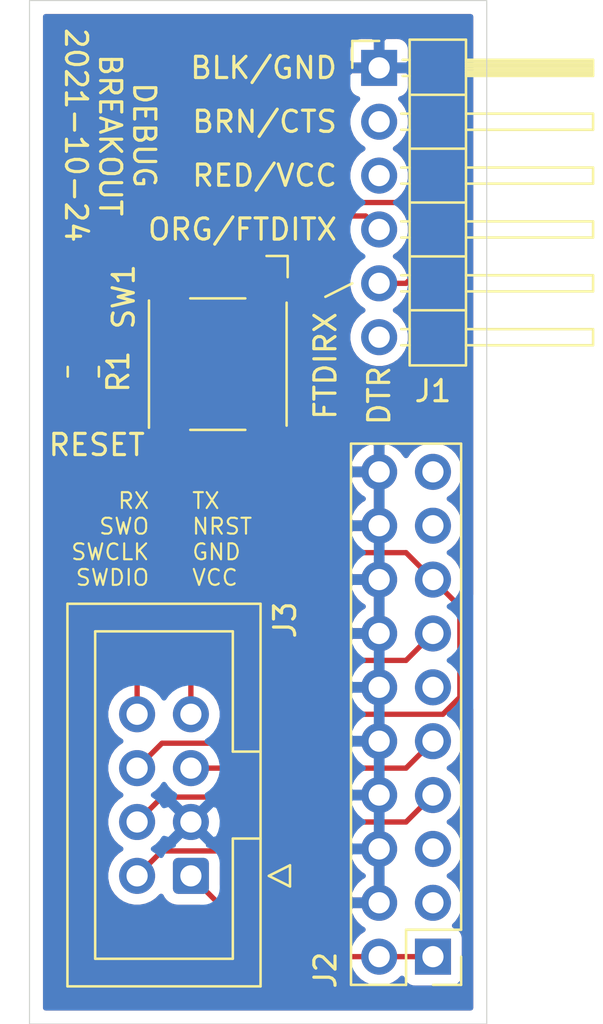
<source format=kicad_pcb>
(kicad_pcb (version 20171130) (host pcbnew 5.1.10)

  (general
    (thickness 1.6)
    (drawings 15)
    (tracks 48)
    (zones 0)
    (modules 5)
    (nets 18)
  )

  (page A4)
  (layers
    (0 F.Cu signal)
    (31 B.Cu signal)
    (32 B.Adhes user)
    (33 F.Adhes user)
    (34 B.Paste user)
    (35 F.Paste user)
    (36 B.SilkS user)
    (37 F.SilkS user)
    (38 B.Mask user)
    (39 F.Mask user)
    (40 Dwgs.User user)
    (41 Cmts.User user)
    (42 Eco1.User user)
    (43 Eco2.User user)
    (44 Edge.Cuts user)
    (45 Margin user)
    (46 B.CrtYd user)
    (47 F.CrtYd user)
    (48 B.Fab user)
    (49 F.Fab user)
  )

  (setup
    (last_trace_width 0.25)
    (trace_clearance 0.2)
    (zone_clearance 0.508)
    (zone_45_only no)
    (trace_min 0.2)
    (via_size 0.8)
    (via_drill 0.4)
    (via_min_size 0.4)
    (via_min_drill 0.3)
    (uvia_size 0.3)
    (uvia_drill 0.1)
    (uvias_allowed no)
    (uvia_min_size 0.2)
    (uvia_min_drill 0.1)
    (edge_width 0.05)
    (segment_width 0.2)
    (pcb_text_width 0.3)
    (pcb_text_size 1.5 1.5)
    (mod_edge_width 0.12)
    (mod_text_size 1 1)
    (mod_text_width 0.15)
    (pad_size 1.524 1.524)
    (pad_drill 0.762)
    (pad_to_mask_clearance 0)
    (aux_axis_origin 0 0)
    (visible_elements FFFDFF7F)
    (pcbplotparams
      (layerselection 0x010fc_ffffffff)
      (usegerberextensions false)
      (usegerberattributes true)
      (usegerberadvancedattributes true)
      (creategerberjobfile true)
      (excludeedgelayer true)
      (linewidth 0.100000)
      (plotframeref false)
      (viasonmask false)
      (mode 1)
      (useauxorigin false)
      (hpglpennumber 1)
      (hpglpenspeed 20)
      (hpglpendiameter 15.000000)
      (psnegative false)
      (psa4output false)
      (plotreference true)
      (plotvalue true)
      (plotinvisibletext false)
      (padsonsilk false)
      (subtractmaskfromsilk false)
      (outputformat 1)
      (mirror false)
      (drillshape 1)
      (scaleselection 1)
      (outputdirectory ""))
  )

  (net 0 "")
  (net 1 "Net-(J1-Pad6)")
  (net 2 /TX)
  (net 3 /RX)
  (net 4 "Net-(J1-Pad3)")
  (net 5 "Net-(J1-Pad2)")
  (net 6 GND)
  (net 7 "Net-(J2-Pad19)")
  (net 8 "Net-(J2-Pad17)")
  (net 9 /NRST)
  (net 10 /SWO)
  (net 11 "Net-(J2-Pad11)")
  (net 12 /SWCLK)
  (net 13 /SWDIO)
  (net 14 "Net-(J2-Pad5)")
  (net 15 "Net-(J2-Pad3)")
  (net 16 VCC)
  (net 17 "Net-(R1-Pad1)")

  (net_class Default "This is the default net class."
    (clearance 0.2)
    (trace_width 0.25)
    (via_dia 0.8)
    (via_drill 0.4)
    (uvia_dia 0.3)
    (uvia_drill 0.1)
    (add_net /NRST)
    (add_net /RX)
    (add_net /SWCLK)
    (add_net /SWDIO)
    (add_net /SWO)
    (add_net /TX)
    (add_net GND)
    (add_net "Net-(J1-Pad2)")
    (add_net "Net-(J1-Pad3)")
    (add_net "Net-(J1-Pad6)")
    (add_net "Net-(J2-Pad11)")
    (add_net "Net-(J2-Pad17)")
    (add_net "Net-(J2-Pad19)")
    (add_net "Net-(J2-Pad3)")
    (add_net "Net-(J2-Pad5)")
    (add_net "Net-(R1-Pad1)")
    (add_net VCC)
  )

  (module Button_Switch_SMD:SW_SPST_Omron_B3FS-100xP (layer F.Cu) (tedit 5E6E8EA9) (tstamp 61760641)
    (at 147.32 88.9 270)
    (descr "Surface Mount Tactile Switch for High-Density Mounting, 3.1mm height, https://omronfs.omron.com/en_US/ecb/products/pdf/en-b3fs.pdf")
    (tags "Tactile Switch")
    (path /6175F9B7)
    (attr smd)
    (fp_text reference SW1 (at -3.175 4.445 90) (layer F.SilkS)
      (effects (font (size 1 1) (thickness 0.15)))
    )
    (fp_text value SW_MEC_5E (at 0 4.2 90) (layer F.Fab)
      (effects (font (size 1 1) (thickness 0.15)))
    )
    (fp_line (start 2.9 -3.25) (end -2.9 -3.25) (layer F.SilkS) (width 0.12))
    (fp_line (start 3 3.25) (end -3 3.25) (layer F.SilkS) (width 0.12))
    (fp_line (start 3.1 -1.3) (end 3.1 1.3) (layer F.SilkS) (width 0.12))
    (fp_line (start -3.1 -1.3) (end -3.1 1.3) (layer F.SilkS) (width 0.12))
    (fp_line (start -3 -3.15) (end 3 -3.15) (layer F.Fab) (width 0.1))
    (fp_line (start 3 -3.15) (end 3 3.15) (layer F.Fab) (width 0.1))
    (fp_line (start 3 3.15) (end -3 3.15) (layer F.Fab) (width 0.1))
    (fp_line (start -3 3.15) (end -3 -3.15) (layer F.Fab) (width 0.1))
    (fp_line (start -5.05 -3.4) (end 5.05 -3.4) (layer F.CrtYd) (width 0.05))
    (fp_line (start 5.05 -3.4) (end 5.05 -1.3) (layer F.CrtYd) (width 0.05))
    (fp_line (start 5.05 -1.3) (end 3.25 -1.3) (layer F.CrtYd) (width 0.05))
    (fp_line (start 3.25 -1.3) (end 3.25 1.3) (layer F.CrtYd) (width 0.05))
    (fp_line (start 3.25 1.3) (end 5.05 1.3) (layer F.CrtYd) (width 0.05))
    (fp_line (start 5.05 1.3) (end 5.05 3.4) (layer F.CrtYd) (width 0.05))
    (fp_line (start 5.05 3.4) (end -5.05 3.4) (layer F.CrtYd) (width 0.05))
    (fp_line (start -5.05 3.4) (end -5.05 1.3) (layer F.CrtYd) (width 0.05))
    (fp_line (start -5.05 1.3) (end -3.25 1.3) (layer F.CrtYd) (width 0.05))
    (fp_line (start -3.25 1.3) (end -3.25 -1.3) (layer F.CrtYd) (width 0.05))
    (fp_line (start -3.25 -1.3) (end -5.05 -1.3) (layer F.CrtYd) (width 0.05))
    (fp_line (start -5.05 -1.3) (end -5.05 -3.4) (layer F.CrtYd) (width 0.05))
    (fp_circle (center 0 0) (end 1.5 0) (layer F.Fab) (width 0.1))
    (fp_line (start -5.1 -2.3) (end -5.1 -3.3) (layer F.SilkS) (width 0.12))
    (fp_line (start -5.1 -3.3) (end -4.1 -3.3) (layer F.SilkS) (width 0.12))
    (fp_text user %R (at 0 -2.2 90) (layer F.Fab)
      (effects (font (size 1 1) (thickness 0.15)))
    )
    (pad 2 smd rect (at 4 -2.25 90) (size 1.6 1.4) (layers F.Cu F.Paste F.Mask)
      (net 9 /NRST))
    (pad 1 smd rect (at -4 -2.25 90) (size 1.6 1.4) (layers F.Cu F.Paste F.Mask)
      (net 9 /NRST))
    (pad 4 smd rect (at 4 2.25 90) (size 1.6 1.4) (layers F.Cu F.Paste F.Mask)
      (net 17 "Net-(R1-Pad1)"))
    (pad 3 smd rect (at -4 2.25 90) (size 1.6 1.4) (layers F.Cu F.Paste F.Mask)
      (net 17 "Net-(R1-Pad1)"))
    (model ${KISYS3DMOD}/Button_Switch_SMD.3dshapes/SW_SPST_Omron_B3FS-100xP.wrl
      (at (xyz 0 0 0))
      (scale (xyz 1 1 1))
      (rotate (xyz 0 0 0))
    )
  )

  (module Resistor_SMD:R_0805_2012Metric (layer F.Cu) (tedit 5F68FEEE) (tstamp 6176103C)
    (at 140.97 89.2575 270)
    (descr "Resistor SMD 0805 (2012 Metric), square (rectangular) end terminal, IPC_7351 nominal, (Body size source: IPC-SM-782 page 72, https://www.pcb-3d.com/wordpress/wp-content/uploads/ipc-sm-782a_amendment_1_and_2.pdf), generated with kicad-footprint-generator")
    (tags resistor)
    (path /6176102E)
    (attr smd)
    (fp_text reference R1 (at 0 -1.65 90) (layer F.SilkS)
      (effects (font (size 1 1) (thickness 0.15)))
    )
    (fp_text value 0R (at 0 1.65 90) (layer F.Fab)
      (effects (font (size 1 1) (thickness 0.15)))
    )
    (fp_line (start 1.68 0.95) (end -1.68 0.95) (layer F.CrtYd) (width 0.05))
    (fp_line (start 1.68 -0.95) (end 1.68 0.95) (layer F.CrtYd) (width 0.05))
    (fp_line (start -1.68 -0.95) (end 1.68 -0.95) (layer F.CrtYd) (width 0.05))
    (fp_line (start -1.68 0.95) (end -1.68 -0.95) (layer F.CrtYd) (width 0.05))
    (fp_line (start -0.227064 0.735) (end 0.227064 0.735) (layer F.SilkS) (width 0.12))
    (fp_line (start -0.227064 -0.735) (end 0.227064 -0.735) (layer F.SilkS) (width 0.12))
    (fp_line (start 1 0.625) (end -1 0.625) (layer F.Fab) (width 0.1))
    (fp_line (start 1 -0.625) (end 1 0.625) (layer F.Fab) (width 0.1))
    (fp_line (start -1 -0.625) (end 1 -0.625) (layer F.Fab) (width 0.1))
    (fp_line (start -1 0.625) (end -1 -0.625) (layer F.Fab) (width 0.1))
    (fp_text user %R (at 0 0 90) (layer F.Fab)
      (effects (font (size 0.5 0.5) (thickness 0.08)))
    )
    (pad 2 smd roundrect (at 0.9125 0 270) (size 1.025 1.4) (layers F.Cu F.Paste F.Mask) (roundrect_rratio 0.243902)
      (net 6 GND))
    (pad 1 smd roundrect (at -0.9125 0 270) (size 1.025 1.4) (layers F.Cu F.Paste F.Mask) (roundrect_rratio 0.243902)
      (net 17 "Net-(R1-Pad1)"))
    (model ${KISYS3DMOD}/Resistor_SMD.3dshapes/R_0805_2012Metric.wrl
      (at (xyz 0 0 0))
      (scale (xyz 1 1 1))
      (rotate (xyz 0 0 0))
    )
  )

  (module Connector_IDC:IDC-Header_2x04_P2.54mm_Vertical (layer F.Cu) (tedit 5EAC9A07) (tstamp 61760610)
    (at 146.05 113.03 180)
    (descr "Through hole IDC box header, 2x04, 2.54mm pitch, DIN 41651 / IEC 60603-13, double rows, https://docs.google.com/spreadsheets/d/16SsEcesNF15N3Lb4niX7dcUr-NY5_MFPQhobNuNppn4/edit#gid=0")
    (tags "Through hole vertical IDC box header THT 2x04 2.54mm double row")
    (path /61759719)
    (fp_text reference J3 (at -4.445 12.065 270) (layer F.SilkS)
      (effects (font (size 1 1) (thickness 0.15)))
    )
    (fp_text value ST_PROGRAM_DEBUG (at 1.27 13.72) (layer F.Fab)
      (effects (font (size 1 1) (thickness 0.15)))
    )
    (fp_line (start 6.22 -5.6) (end -3.68 -5.6) (layer F.CrtYd) (width 0.05))
    (fp_line (start 6.22 13.22) (end 6.22 -5.6) (layer F.CrtYd) (width 0.05))
    (fp_line (start -3.68 13.22) (end 6.22 13.22) (layer F.CrtYd) (width 0.05))
    (fp_line (start -3.68 -5.6) (end -3.68 13.22) (layer F.CrtYd) (width 0.05))
    (fp_line (start -4.68 0.5) (end -3.68 0) (layer F.SilkS) (width 0.12))
    (fp_line (start -4.68 -0.5) (end -4.68 0.5) (layer F.SilkS) (width 0.12))
    (fp_line (start -3.68 0) (end -4.68 -0.5) (layer F.SilkS) (width 0.12))
    (fp_line (start -1.98 5.86) (end -3.29 5.86) (layer F.SilkS) (width 0.12))
    (fp_line (start -1.98 5.86) (end -1.98 5.86) (layer F.SilkS) (width 0.12))
    (fp_line (start -1.98 11.53) (end -1.98 5.86) (layer F.SilkS) (width 0.12))
    (fp_line (start 4.52 11.53) (end -1.98 11.53) (layer F.SilkS) (width 0.12))
    (fp_line (start 4.52 -3.91) (end 4.52 11.53) (layer F.SilkS) (width 0.12))
    (fp_line (start -1.98 -3.91) (end 4.52 -3.91) (layer F.SilkS) (width 0.12))
    (fp_line (start -1.98 1.76) (end -1.98 -3.91) (layer F.SilkS) (width 0.12))
    (fp_line (start -3.29 1.76) (end -1.98 1.76) (layer F.SilkS) (width 0.12))
    (fp_line (start -3.29 12.83) (end -3.29 -5.21) (layer F.SilkS) (width 0.12))
    (fp_line (start 5.83 12.83) (end -3.29 12.83) (layer F.SilkS) (width 0.12))
    (fp_line (start 5.83 -5.21) (end 5.83 12.83) (layer F.SilkS) (width 0.12))
    (fp_line (start -3.29 -5.21) (end 5.83 -5.21) (layer F.SilkS) (width 0.12))
    (fp_line (start -1.98 5.86) (end -3.18 5.86) (layer F.Fab) (width 0.1))
    (fp_line (start -1.98 5.86) (end -1.98 5.86) (layer F.Fab) (width 0.1))
    (fp_line (start -1.98 11.53) (end -1.98 5.86) (layer F.Fab) (width 0.1))
    (fp_line (start 4.52 11.53) (end -1.98 11.53) (layer F.Fab) (width 0.1))
    (fp_line (start 4.52 -3.91) (end 4.52 11.53) (layer F.Fab) (width 0.1))
    (fp_line (start -1.98 -3.91) (end 4.52 -3.91) (layer F.Fab) (width 0.1))
    (fp_line (start -1.98 1.76) (end -1.98 -3.91) (layer F.Fab) (width 0.1))
    (fp_line (start -3.18 1.76) (end -1.98 1.76) (layer F.Fab) (width 0.1))
    (fp_line (start -3.18 12.72) (end -3.18 -4.1) (layer F.Fab) (width 0.1))
    (fp_line (start 5.72 12.72) (end -3.18 12.72) (layer F.Fab) (width 0.1))
    (fp_line (start 5.72 -5.1) (end 5.72 12.72) (layer F.Fab) (width 0.1))
    (fp_line (start -2.18 -5.1) (end 5.72 -5.1) (layer F.Fab) (width 0.1))
    (fp_line (start -3.18 -4.1) (end -2.18 -5.1) (layer F.Fab) (width 0.1))
    (fp_text user %R (at 1.27 3.81 90) (layer F.Fab)
      (effects (font (size 1 1) (thickness 0.15)))
    )
    (pad 8 thru_hole circle (at 2.54 7.62 180) (size 1.7 1.7) (drill 1) (layers *.Cu *.Mask)
      (net 3 /RX))
    (pad 6 thru_hole circle (at 2.54 5.08 180) (size 1.7 1.7) (drill 1) (layers *.Cu *.Mask)
      (net 10 /SWO))
    (pad 4 thru_hole circle (at 2.54 2.54 180) (size 1.7 1.7) (drill 1) (layers *.Cu *.Mask)
      (net 12 /SWCLK))
    (pad 2 thru_hole circle (at 2.54 0 180) (size 1.7 1.7) (drill 1) (layers *.Cu *.Mask)
      (net 13 /SWDIO))
    (pad 7 thru_hole circle (at 0 7.62 180) (size 1.7 1.7) (drill 1) (layers *.Cu *.Mask)
      (net 2 /TX))
    (pad 5 thru_hole circle (at 0 5.08 180) (size 1.7 1.7) (drill 1) (layers *.Cu *.Mask)
      (net 9 /NRST))
    (pad 3 thru_hole circle (at 0 2.54 180) (size 1.7 1.7) (drill 1) (layers *.Cu *.Mask)
      (net 6 GND))
    (pad 1 thru_hole roundrect (at 0 0 180) (size 1.7 1.7) (drill 1) (layers *.Cu *.Mask) (roundrect_rratio 0.147059)
      (net 16 VCC))
    (model ${KISYS3DMOD}/Connector_IDC.3dshapes/IDC-Header_2x04_P2.54mm_Vertical.wrl
      (at (xyz 0 0 0))
      (scale (xyz 1 1 1))
      (rotate (xyz 0 0 0))
    )
  )

  (module Connector_PinHeader_2.54mm:PinHeader_2x10_P2.54mm_Vertical (layer F.Cu) (tedit 59FED5CC) (tstamp 617605E3)
    (at 157.48 116.84 180)
    (descr "Through hole straight pin header, 2x10, 2.54mm pitch, double rows")
    (tags "Through hole pin header THT 2x10 2.54mm double row")
    (path /617629B2)
    (fp_text reference J2 (at 5.08 -0.635 90) (layer F.SilkS)
      (effects (font (size 1 1) (thickness 0.15)))
    )
    (fp_text value STLINK (at 1.27 25.19) (layer F.Fab)
      (effects (font (size 1 1) (thickness 0.15)))
    )
    (fp_line (start 4.35 -1.8) (end -1.8 -1.8) (layer F.CrtYd) (width 0.05))
    (fp_line (start 4.35 24.65) (end 4.35 -1.8) (layer F.CrtYd) (width 0.05))
    (fp_line (start -1.8 24.65) (end 4.35 24.65) (layer F.CrtYd) (width 0.05))
    (fp_line (start -1.8 -1.8) (end -1.8 24.65) (layer F.CrtYd) (width 0.05))
    (fp_line (start -1.33 -1.33) (end 0 -1.33) (layer F.SilkS) (width 0.12))
    (fp_line (start -1.33 0) (end -1.33 -1.33) (layer F.SilkS) (width 0.12))
    (fp_line (start 1.27 -1.33) (end 3.87 -1.33) (layer F.SilkS) (width 0.12))
    (fp_line (start 1.27 1.27) (end 1.27 -1.33) (layer F.SilkS) (width 0.12))
    (fp_line (start -1.33 1.27) (end 1.27 1.27) (layer F.SilkS) (width 0.12))
    (fp_line (start 3.87 -1.33) (end 3.87 24.19) (layer F.SilkS) (width 0.12))
    (fp_line (start -1.33 1.27) (end -1.33 24.19) (layer F.SilkS) (width 0.12))
    (fp_line (start -1.33 24.19) (end 3.87 24.19) (layer F.SilkS) (width 0.12))
    (fp_line (start -1.27 0) (end 0 -1.27) (layer F.Fab) (width 0.1))
    (fp_line (start -1.27 24.13) (end -1.27 0) (layer F.Fab) (width 0.1))
    (fp_line (start 3.81 24.13) (end -1.27 24.13) (layer F.Fab) (width 0.1))
    (fp_line (start 3.81 -1.27) (end 3.81 24.13) (layer F.Fab) (width 0.1))
    (fp_line (start 0 -1.27) (end 3.81 -1.27) (layer F.Fab) (width 0.1))
    (fp_text user %R (at 1.27 11.43 90) (layer F.Fab)
      (effects (font (size 1 1) (thickness 0.15)))
    )
    (pad 20 thru_hole oval (at 2.54 22.86 180) (size 1.7 1.7) (drill 1) (layers *.Cu *.Mask)
      (net 6 GND))
    (pad 19 thru_hole oval (at 0 22.86 180) (size 1.7 1.7) (drill 1) (layers *.Cu *.Mask)
      (net 7 "Net-(J2-Pad19)"))
    (pad 18 thru_hole oval (at 2.54 20.32 180) (size 1.7 1.7) (drill 1) (layers *.Cu *.Mask)
      (net 6 GND))
    (pad 17 thru_hole oval (at 0 20.32 180) (size 1.7 1.7) (drill 1) (layers *.Cu *.Mask)
      (net 8 "Net-(J2-Pad17)"))
    (pad 16 thru_hole oval (at 2.54 17.78 180) (size 1.7 1.7) (drill 1) (layers *.Cu *.Mask)
      (net 6 GND))
    (pad 15 thru_hole oval (at 0 17.78 180) (size 1.7 1.7) (drill 1) (layers *.Cu *.Mask)
      (net 9 /NRST))
    (pad 14 thru_hole oval (at 2.54 15.24 180) (size 1.7 1.7) (drill 1) (layers *.Cu *.Mask)
      (net 6 GND))
    (pad 13 thru_hole oval (at 0 15.24 180) (size 1.7 1.7) (drill 1) (layers *.Cu *.Mask)
      (net 10 /SWO))
    (pad 12 thru_hole oval (at 2.54 12.7 180) (size 1.7 1.7) (drill 1) (layers *.Cu *.Mask)
      (net 6 GND))
    (pad 11 thru_hole oval (at 0 12.7 180) (size 1.7 1.7) (drill 1) (layers *.Cu *.Mask)
      (net 11 "Net-(J2-Pad11)"))
    (pad 10 thru_hole oval (at 2.54 10.16 180) (size 1.7 1.7) (drill 1) (layers *.Cu *.Mask)
      (net 6 GND))
    (pad 9 thru_hole oval (at 0 10.16 180) (size 1.7 1.7) (drill 1) (layers *.Cu *.Mask)
      (net 12 /SWCLK))
    (pad 8 thru_hole oval (at 2.54 7.62 180) (size 1.7 1.7) (drill 1) (layers *.Cu *.Mask)
      (net 6 GND))
    (pad 7 thru_hole oval (at 0 7.62 180) (size 1.7 1.7) (drill 1) (layers *.Cu *.Mask)
      (net 13 /SWDIO))
    (pad 6 thru_hole oval (at 2.54 5.08 180) (size 1.7 1.7) (drill 1) (layers *.Cu *.Mask)
      (net 6 GND))
    (pad 5 thru_hole oval (at 0 5.08 180) (size 1.7 1.7) (drill 1) (layers *.Cu *.Mask)
      (net 14 "Net-(J2-Pad5)"))
    (pad 4 thru_hole oval (at 2.54 2.54 180) (size 1.7 1.7) (drill 1) (layers *.Cu *.Mask)
      (net 6 GND))
    (pad 3 thru_hole oval (at 0 2.54 180) (size 1.7 1.7) (drill 1) (layers *.Cu *.Mask)
      (net 15 "Net-(J2-Pad3)"))
    (pad 2 thru_hole oval (at 2.54 0 180) (size 1.7 1.7) (drill 1) (layers *.Cu *.Mask)
      (net 16 VCC))
    (pad 1 thru_hole rect (at 0 0 180) (size 1.7 1.7) (drill 1) (layers *.Cu *.Mask)
      (net 16 VCC))
    (model ${KISYS3DMOD}/Connector_PinHeader_2.54mm.3dshapes/PinHeader_2x10_P2.54mm_Vertical.wrl
      (at (xyz 0 0 0))
      (scale (xyz 1 1 1))
      (rotate (xyz 0 0 0))
    )
  )

  (module Connector_PinHeader_2.54mm:PinHeader_1x06_P2.54mm_Horizontal (layer F.Cu) (tedit 59FED5CB) (tstamp 617605B9)
    (at 154.94 74.93)
    (descr "Through hole angled pin header, 1x06, 2.54mm pitch, 6mm pin length, single row")
    (tags "Through hole angled pin header THT 1x06 2.54mm single row")
    (path /6175FEDD)
    (fp_text reference J1 (at 2.54 15.24 180) (layer F.SilkS)
      (effects (font (size 1 1) (thickness 0.15)))
    )
    (fp_text value FTDI (at 4.385 14.97) (layer F.Fab)
      (effects (font (size 1 1) (thickness 0.15)))
    )
    (fp_line (start 10.55 -1.8) (end -1.8 -1.8) (layer F.CrtYd) (width 0.05))
    (fp_line (start 10.55 14.5) (end 10.55 -1.8) (layer F.CrtYd) (width 0.05))
    (fp_line (start -1.8 14.5) (end 10.55 14.5) (layer F.CrtYd) (width 0.05))
    (fp_line (start -1.8 -1.8) (end -1.8 14.5) (layer F.CrtYd) (width 0.05))
    (fp_line (start -1.27 -1.27) (end 0 -1.27) (layer F.SilkS) (width 0.12))
    (fp_line (start -1.27 0) (end -1.27 -1.27) (layer F.SilkS) (width 0.12))
    (fp_line (start 1.042929 13.08) (end 1.44 13.08) (layer F.SilkS) (width 0.12))
    (fp_line (start 1.042929 12.32) (end 1.44 12.32) (layer F.SilkS) (width 0.12))
    (fp_line (start 10.1 13.08) (end 4.1 13.08) (layer F.SilkS) (width 0.12))
    (fp_line (start 10.1 12.32) (end 10.1 13.08) (layer F.SilkS) (width 0.12))
    (fp_line (start 4.1 12.32) (end 10.1 12.32) (layer F.SilkS) (width 0.12))
    (fp_line (start 1.44 11.43) (end 4.1 11.43) (layer F.SilkS) (width 0.12))
    (fp_line (start 1.042929 10.54) (end 1.44 10.54) (layer F.SilkS) (width 0.12))
    (fp_line (start 1.042929 9.78) (end 1.44 9.78) (layer F.SilkS) (width 0.12))
    (fp_line (start 10.1 10.54) (end 4.1 10.54) (layer F.SilkS) (width 0.12))
    (fp_line (start 10.1 9.78) (end 10.1 10.54) (layer F.SilkS) (width 0.12))
    (fp_line (start 4.1 9.78) (end 10.1 9.78) (layer F.SilkS) (width 0.12))
    (fp_line (start 1.44 8.89) (end 4.1 8.89) (layer F.SilkS) (width 0.12))
    (fp_line (start 1.042929 8) (end 1.44 8) (layer F.SilkS) (width 0.12))
    (fp_line (start 1.042929 7.24) (end 1.44 7.24) (layer F.SilkS) (width 0.12))
    (fp_line (start 10.1 8) (end 4.1 8) (layer F.SilkS) (width 0.12))
    (fp_line (start 10.1 7.24) (end 10.1 8) (layer F.SilkS) (width 0.12))
    (fp_line (start 4.1 7.24) (end 10.1 7.24) (layer F.SilkS) (width 0.12))
    (fp_line (start 1.44 6.35) (end 4.1 6.35) (layer F.SilkS) (width 0.12))
    (fp_line (start 1.042929 5.46) (end 1.44 5.46) (layer F.SilkS) (width 0.12))
    (fp_line (start 1.042929 4.7) (end 1.44 4.7) (layer F.SilkS) (width 0.12))
    (fp_line (start 10.1 5.46) (end 4.1 5.46) (layer F.SilkS) (width 0.12))
    (fp_line (start 10.1 4.7) (end 10.1 5.46) (layer F.SilkS) (width 0.12))
    (fp_line (start 4.1 4.7) (end 10.1 4.7) (layer F.SilkS) (width 0.12))
    (fp_line (start 1.44 3.81) (end 4.1 3.81) (layer F.SilkS) (width 0.12))
    (fp_line (start 1.042929 2.92) (end 1.44 2.92) (layer F.SilkS) (width 0.12))
    (fp_line (start 1.042929 2.16) (end 1.44 2.16) (layer F.SilkS) (width 0.12))
    (fp_line (start 10.1 2.92) (end 4.1 2.92) (layer F.SilkS) (width 0.12))
    (fp_line (start 10.1 2.16) (end 10.1 2.92) (layer F.SilkS) (width 0.12))
    (fp_line (start 4.1 2.16) (end 10.1 2.16) (layer F.SilkS) (width 0.12))
    (fp_line (start 1.44 1.27) (end 4.1 1.27) (layer F.SilkS) (width 0.12))
    (fp_line (start 1.11 0.38) (end 1.44 0.38) (layer F.SilkS) (width 0.12))
    (fp_line (start 1.11 -0.38) (end 1.44 -0.38) (layer F.SilkS) (width 0.12))
    (fp_line (start 4.1 0.28) (end 10.1 0.28) (layer F.SilkS) (width 0.12))
    (fp_line (start 4.1 0.16) (end 10.1 0.16) (layer F.SilkS) (width 0.12))
    (fp_line (start 4.1 0.04) (end 10.1 0.04) (layer F.SilkS) (width 0.12))
    (fp_line (start 4.1 -0.08) (end 10.1 -0.08) (layer F.SilkS) (width 0.12))
    (fp_line (start 4.1 -0.2) (end 10.1 -0.2) (layer F.SilkS) (width 0.12))
    (fp_line (start 4.1 -0.32) (end 10.1 -0.32) (layer F.SilkS) (width 0.12))
    (fp_line (start 10.1 0.38) (end 4.1 0.38) (layer F.SilkS) (width 0.12))
    (fp_line (start 10.1 -0.38) (end 10.1 0.38) (layer F.SilkS) (width 0.12))
    (fp_line (start 4.1 -0.38) (end 10.1 -0.38) (layer F.SilkS) (width 0.12))
    (fp_line (start 4.1 -1.33) (end 1.44 -1.33) (layer F.SilkS) (width 0.12))
    (fp_line (start 4.1 14.03) (end 4.1 -1.33) (layer F.SilkS) (width 0.12))
    (fp_line (start 1.44 14.03) (end 4.1 14.03) (layer F.SilkS) (width 0.12))
    (fp_line (start 1.44 -1.33) (end 1.44 14.03) (layer F.SilkS) (width 0.12))
    (fp_line (start 4.04 13.02) (end 10.04 13.02) (layer F.Fab) (width 0.1))
    (fp_line (start 10.04 12.38) (end 10.04 13.02) (layer F.Fab) (width 0.1))
    (fp_line (start 4.04 12.38) (end 10.04 12.38) (layer F.Fab) (width 0.1))
    (fp_line (start -0.32 13.02) (end 1.5 13.02) (layer F.Fab) (width 0.1))
    (fp_line (start -0.32 12.38) (end -0.32 13.02) (layer F.Fab) (width 0.1))
    (fp_line (start -0.32 12.38) (end 1.5 12.38) (layer F.Fab) (width 0.1))
    (fp_line (start 4.04 10.48) (end 10.04 10.48) (layer F.Fab) (width 0.1))
    (fp_line (start 10.04 9.84) (end 10.04 10.48) (layer F.Fab) (width 0.1))
    (fp_line (start 4.04 9.84) (end 10.04 9.84) (layer F.Fab) (width 0.1))
    (fp_line (start -0.32 10.48) (end 1.5 10.48) (layer F.Fab) (width 0.1))
    (fp_line (start -0.32 9.84) (end -0.32 10.48) (layer F.Fab) (width 0.1))
    (fp_line (start -0.32 9.84) (end 1.5 9.84) (layer F.Fab) (width 0.1))
    (fp_line (start 4.04 7.94) (end 10.04 7.94) (layer F.Fab) (width 0.1))
    (fp_line (start 10.04 7.3) (end 10.04 7.94) (layer F.Fab) (width 0.1))
    (fp_line (start 4.04 7.3) (end 10.04 7.3) (layer F.Fab) (width 0.1))
    (fp_line (start -0.32 7.94) (end 1.5 7.94) (layer F.Fab) (width 0.1))
    (fp_line (start -0.32 7.3) (end -0.32 7.94) (layer F.Fab) (width 0.1))
    (fp_line (start -0.32 7.3) (end 1.5 7.3) (layer F.Fab) (width 0.1))
    (fp_line (start 4.04 5.4) (end 10.04 5.4) (layer F.Fab) (width 0.1))
    (fp_line (start 10.04 4.76) (end 10.04 5.4) (layer F.Fab) (width 0.1))
    (fp_line (start 4.04 4.76) (end 10.04 4.76) (layer F.Fab) (width 0.1))
    (fp_line (start -0.32 5.4) (end 1.5 5.4) (layer F.Fab) (width 0.1))
    (fp_line (start -0.32 4.76) (end -0.32 5.4) (layer F.Fab) (width 0.1))
    (fp_line (start -0.32 4.76) (end 1.5 4.76) (layer F.Fab) (width 0.1))
    (fp_line (start 4.04 2.86) (end 10.04 2.86) (layer F.Fab) (width 0.1))
    (fp_line (start 10.04 2.22) (end 10.04 2.86) (layer F.Fab) (width 0.1))
    (fp_line (start 4.04 2.22) (end 10.04 2.22) (layer F.Fab) (width 0.1))
    (fp_line (start -0.32 2.86) (end 1.5 2.86) (layer F.Fab) (width 0.1))
    (fp_line (start -0.32 2.22) (end -0.32 2.86) (layer F.Fab) (width 0.1))
    (fp_line (start -0.32 2.22) (end 1.5 2.22) (layer F.Fab) (width 0.1))
    (fp_line (start 4.04 0.32) (end 10.04 0.32) (layer F.Fab) (width 0.1))
    (fp_line (start 10.04 -0.32) (end 10.04 0.32) (layer F.Fab) (width 0.1))
    (fp_line (start 4.04 -0.32) (end 10.04 -0.32) (layer F.Fab) (width 0.1))
    (fp_line (start -0.32 0.32) (end 1.5 0.32) (layer F.Fab) (width 0.1))
    (fp_line (start -0.32 -0.32) (end -0.32 0.32) (layer F.Fab) (width 0.1))
    (fp_line (start -0.32 -0.32) (end 1.5 -0.32) (layer F.Fab) (width 0.1))
    (fp_line (start 1.5 -0.635) (end 2.135 -1.27) (layer F.Fab) (width 0.1))
    (fp_line (start 1.5 13.97) (end 1.5 -0.635) (layer F.Fab) (width 0.1))
    (fp_line (start 4.04 13.97) (end 1.5 13.97) (layer F.Fab) (width 0.1))
    (fp_line (start 4.04 -1.27) (end 4.04 13.97) (layer F.Fab) (width 0.1))
    (fp_line (start 2.135 -1.27) (end 4.04 -1.27) (layer F.Fab) (width 0.1))
    (fp_text user %R (at 2.77 6.35 90) (layer F.Fab)
      (effects (font (size 1 1) (thickness 0.15)))
    )
    (pad 6 thru_hole oval (at 0 12.7) (size 1.7 1.7) (drill 1) (layers *.Cu *.Mask)
      (net 1 "Net-(J1-Pad6)"))
    (pad 5 thru_hole oval (at 0 10.16) (size 1.7 1.7) (drill 1) (layers *.Cu *.Mask)
      (net 3 /RX))
    (pad 4 thru_hole oval (at 0 7.62) (size 1.7 1.7) (drill 1) (layers *.Cu *.Mask)
      (net 2 /TX))
    (pad 3 thru_hole oval (at 0 5.08) (size 1.7 1.7) (drill 1) (layers *.Cu *.Mask)
      (net 4 "Net-(J1-Pad3)"))
    (pad 2 thru_hole oval (at 0 2.54) (size 1.7 1.7) (drill 1) (layers *.Cu *.Mask)
      (net 5 "Net-(J1-Pad2)"))
    (pad 1 thru_hole rect (at 0 0) (size 1.7 1.7) (drill 1) (layers *.Cu *.Mask)
      (net 6 GND))
    (model ${KISYS3DMOD}/Connector_PinHeader_2.54mm.3dshapes/PinHeader_1x06_P2.54mm_Horizontal.wrl
      (at (xyz 0 0 0))
      (scale (xyz 1 1 1))
      (rotate (xyz 0 0 0))
    )
  )

  (gr_line (start 138.43 120.015) (end 138.43 71.755) (layer Edge.Cuts) (width 0.05) (tstamp 61761928))
  (gr_line (start 160.02 120.015) (end 138.43 120.015) (layer Edge.Cuts) (width 0.05))
  (gr_line (start 160.02 71.755) (end 160.02 120.015) (layer Edge.Cuts) (width 0.05))
  (gr_line (start 138.43 71.755) (end 160.02 71.755) (layer Edge.Cuts) (width 0.05))
  (gr_text "TX\nNRST\nGND\nVCC" (at 146.05 97.155) (layer F.SilkS) (tstamp 61761913)
    (effects (font (size 0.75 0.75) (thickness 0.1)) (justify left))
  )
  (gr_text "RX\nSWO\nSWCLK\nSWDIO" (at 144.145 97.155) (layer F.SilkS)
    (effects (font (size 0.75 0.75) (thickness 0.1)) (justify right))
  )
  (gr_text "DEBUG\nBREAKOUT\n2021-10-24" (at 142.24 78.105 -90) (layer F.SilkS)
    (effects (font (size 1 1) (thickness 0.15)))
  )
  (gr_line (start 152.4 85.725) (end 153.67 85.09) (layer F.SilkS) (width 0.12))
  (gr_text DTR (at 154.94 88.9 90) (layer F.SilkS) (tstamp 6176184B)
    (effects (font (size 1 1) (thickness 0.15)) (justify right))
  )
  (gr_text FTDIRX (at 152.4 86.36 90) (layer F.SilkS) (tstamp 61761765)
    (effects (font (size 1 1) (thickness 0.15)) (justify right))
  )
  (gr_text ORG/FTDITX (at 153.035 82.55) (layer F.SilkS) (tstamp 6176175E)
    (effects (font (size 1 1) (thickness 0.15)) (justify right))
  )
  (gr_text RED/VCC (at 153.035 80.01) (layer F.SilkS) (tstamp 61761754)
    (effects (font (size 1 1) (thickness 0.15)) (justify right))
  )
  (gr_text BRN/CTS (at 153.035 77.47) (layer F.SilkS)
    (effects (font (size 1 1) (thickness 0.15)) (justify right))
  )
  (gr_text BLK/GND (at 153.035 74.93) (layer F.SilkS)
    (effects (font (size 1 1) (thickness 0.15)) (justify right))
  )
  (gr_text RESET (at 141.605 92.71) (layer F.SilkS)
    (effects (font (size 1 1) (thickness 0.15)))
  )

  (segment (start 154.305 81.915) (end 154.94 82.55) (width 0.25) (layer F.Cu) (net 2))
  (segment (start 149.225 81.915) (end 154.305 81.915) (width 0.25) (layer F.Cu) (net 2))
  (segment (start 147.955 83.185) (end 149.225 81.915) (width 0.25) (layer F.Cu) (net 2))
  (segment (start 147.955 96.52) (end 147.955 83.185) (width 0.25) (layer F.Cu) (net 2))
  (segment (start 146.05 98.425) (end 147.955 96.52) (width 0.25) (layer F.Cu) (net 2))
  (segment (start 146.05 105.41) (end 146.05 98.425) (width 0.25) (layer F.Cu) (net 2))
  (segment (start 148.59 80.645) (end 153.035 80.645) (width 0.25) (layer F.Cu) (net 3))
  (segment (start 146.685 95.885) (end 146.685 82.55) (width 0.25) (layer F.Cu) (net 3))
  (segment (start 143.51 99.06) (end 146.685 95.885) (width 0.25) (layer F.Cu) (net 3))
  (segment (start 146.685 82.55) (end 148.59 80.645) (width 0.25) (layer F.Cu) (net 3))
  (segment (start 143.51 105.41) (end 143.51 99.06) (width 0.25) (layer F.Cu) (net 3))
  (segment (start 153.035 80.645) (end 153.67 81.28) (width 0.25) (layer F.Cu) (net 3))
  (segment (start 153.67 81.28) (end 156.21 81.28) (width 0.25) (layer F.Cu) (net 3))
  (segment (start 156.21 81.28) (end 156.845 81.915) (width 0.25) (layer F.Cu) (net 3))
  (segment (start 156.845 81.915) (end 156.845 84.455) (width 0.25) (layer F.Cu) (net 3))
  (segment (start 156.21 85.09) (end 154.94 85.09) (width 0.25) (layer F.Cu) (net 3))
  (segment (start 156.845 84.455) (end 156.21 85.09) (width 0.25) (layer F.Cu) (net 3))
  (segment (start 146.05 107.95) (end 151.13 107.95) (width 0.25) (layer F.Cu) (net 9))
  (segment (start 151.13 107.95) (end 153.67 105.41) (width 0.25) (layer F.Cu) (net 9))
  (segment (start 157.949002 105.41) (end 158.75 104.609002) (width 0.25) (layer F.Cu) (net 9))
  (segment (start 153.67 105.41) (end 157.949002 105.41) (width 0.25) (layer F.Cu) (net 9))
  (segment (start 158.75 100.33) (end 157.48 99.06) (width 0.25) (layer F.Cu) (net 9))
  (segment (start 158.75 104.609002) (end 158.75 100.33) (width 0.25) (layer F.Cu) (net 9))
  (segment (start 149.57 96.23) (end 149.57 92.9) (width 0.25) (layer F.Cu) (net 9))
  (segment (start 151.13 97.79) (end 149.57 96.23) (width 0.25) (layer F.Cu) (net 9))
  (segment (start 156.21 97.79) (end 151.13 97.79) (width 0.25) (layer F.Cu) (net 9))
  (segment (start 157.48 99.06) (end 156.21 97.79) (width 0.25) (layer F.Cu) (net 9))
  (segment (start 149.57 92.9) (end 149.57 84.9) (width 0.25) (layer F.Cu) (net 9))
  (segment (start 144.685001 106.774999) (end 143.51 107.95) (width 0.25) (layer F.Cu) (net 10))
  (segment (start 149.765001 106.774999) (end 144.685001 106.774999) (width 0.25) (layer F.Cu) (net 10))
  (segment (start 153.67 102.87) (end 149.765001 106.774999) (width 0.25) (layer F.Cu) (net 10))
  (segment (start 156.21 102.87) (end 153.67 102.87) (width 0.25) (layer F.Cu) (net 10))
  (segment (start 157.48 101.6) (end 156.21 102.87) (width 0.25) (layer F.Cu) (net 10))
  (segment (start 144.685001 109.314999) (end 152.305001 109.314999) (width 0.25) (layer F.Cu) (net 12))
  (segment (start 143.51 110.49) (end 144.685001 109.314999) (width 0.25) (layer F.Cu) (net 12))
  (segment (start 152.305001 109.314999) (end 153.67 107.95) (width 0.25) (layer F.Cu) (net 12))
  (segment (start 156.21 107.95) (end 157.48 106.68) (width 0.25) (layer F.Cu) (net 12))
  (segment (start 153.67 107.95) (end 156.21 107.95) (width 0.25) (layer F.Cu) (net 12))
  (segment (start 144.68501 111.85499) (end 152.30501 111.85499) (width 0.25) (layer F.Cu) (net 13))
  (segment (start 143.51 113.03) (end 144.68501 111.85499) (width 0.25) (layer F.Cu) (net 13))
  (segment (start 152.30501 111.85499) (end 153.67 110.49) (width 0.25) (layer F.Cu) (net 13))
  (segment (start 156.21 110.49) (end 157.48 109.22) (width 0.25) (layer F.Cu) (net 13))
  (segment (start 153.67 110.49) (end 156.21 110.49) (width 0.25) (layer F.Cu) (net 13))
  (segment (start 149.86 116.84) (end 146.05 113.03) (width 0.25) (layer F.Cu) (net 16))
  (segment (start 157.48 116.84) (end 149.86 116.84) (width 0.25) (layer F.Cu) (net 16))
  (segment (start 144.415 84.9) (end 140.97 88.345) (width 0.25) (layer F.Cu) (net 17))
  (segment (start 145.07 84.9) (end 144.415 84.9) (width 0.25) (layer F.Cu) (net 17))
  (segment (start 145.07 92.9) (end 145.07 84.9) (width 0.25) (layer F.Cu) (net 17))

  (zone (net 6) (net_name GND) (layer F.Cu) (tstamp 6175B005) (hatch edge 0.508)
    (connect_pads (clearance 0.508))
    (min_thickness 0.254)
    (fill yes (arc_segments 32) (thermal_gap 0.508) (thermal_bridge_width 0.508))
    (polygon
      (pts
        (xy 159.385 119.38) (xy 139.065 119.38) (xy 139.065 72.39) (xy 159.385 72.39)
      )
    )
    (filled_polygon
      (pts
        (xy 159.258 99.763198) (xy 158.92121 99.426408) (xy 158.965 99.20626) (xy 158.965 98.91374) (xy 158.907932 98.626842)
        (xy 158.79599 98.356589) (xy 158.633475 98.113368) (xy 158.426632 97.906525) (xy 158.25224 97.79) (xy 158.426632 97.673475)
        (xy 158.633475 97.466632) (xy 158.79599 97.223411) (xy 158.907932 96.953158) (xy 158.965 96.66626) (xy 158.965 96.37374)
        (xy 158.907932 96.086842) (xy 158.79599 95.816589) (xy 158.633475 95.573368) (xy 158.426632 95.366525) (xy 158.25224 95.25)
        (xy 158.426632 95.133475) (xy 158.633475 94.926632) (xy 158.79599 94.683411) (xy 158.907932 94.413158) (xy 158.965 94.12626)
        (xy 158.965 93.83374) (xy 158.907932 93.546842) (xy 158.79599 93.276589) (xy 158.633475 93.033368) (xy 158.426632 92.826525)
        (xy 158.183411 92.66401) (xy 157.913158 92.552068) (xy 157.62626 92.495) (xy 157.33374 92.495) (xy 157.046842 92.552068)
        (xy 156.776589 92.66401) (xy 156.533368 92.826525) (xy 156.326525 93.033368) (xy 156.2089 93.209406) (xy 156.037588 92.979731)
        (xy 155.821355 92.784822) (xy 155.571252 92.635843) (xy 155.296891 92.538519) (xy 155.067 92.659186) (xy 155.067 93.853)
        (xy 155.087 93.853) (xy 155.087 94.107) (xy 155.067 94.107) (xy 155.067 96.393) (xy 155.087 96.393)
        (xy 155.087 96.647) (xy 155.067 96.647) (xy 155.067 96.667) (xy 154.813 96.667) (xy 154.813 96.647)
        (xy 153.619845 96.647) (xy 153.498524 96.87689) (xy 153.543175 97.024099) (xy 153.545986 97.03) (xy 151.444802 97.03)
        (xy 150.33 95.915199) (xy 150.33 94.33689) (xy 153.498524 94.33689) (xy 153.543175 94.484099) (xy 153.668359 94.74692)
        (xy 153.842412 94.980269) (xy 154.058645 95.175178) (xy 154.184255 95.25) (xy 154.058645 95.324822) (xy 153.842412 95.519731)
        (xy 153.668359 95.75308) (xy 153.543175 96.015901) (xy 153.498524 96.16311) (xy 153.619845 96.393) (xy 154.813 96.393)
        (xy 154.813 94.107) (xy 153.619845 94.107) (xy 153.498524 94.33689) (xy 150.33 94.33689) (xy 150.33 94.332163)
        (xy 150.394482 94.325812) (xy 150.51418 94.289502) (xy 150.624494 94.230537) (xy 150.721185 94.151185) (xy 150.800537 94.054494)
        (xy 150.859502 93.94418) (xy 150.895812 93.824482) (xy 150.908072 93.7) (xy 150.908072 93.62311) (xy 153.498524 93.62311)
        (xy 153.619845 93.853) (xy 154.813 93.853) (xy 154.813 92.659186) (xy 154.583109 92.538519) (xy 154.308748 92.635843)
        (xy 154.058645 92.784822) (xy 153.842412 92.979731) (xy 153.668359 93.21308) (xy 153.543175 93.475901) (xy 153.498524 93.62311)
        (xy 150.908072 93.62311) (xy 150.908072 92.1) (xy 150.895812 91.975518) (xy 150.859502 91.85582) (xy 150.800537 91.745506)
        (xy 150.721185 91.648815) (xy 150.624494 91.569463) (xy 150.51418 91.510498) (xy 150.394482 91.474188) (xy 150.33 91.467837)
        (xy 150.33 86.332163) (xy 150.394482 86.325812) (xy 150.51418 86.289502) (xy 150.624494 86.230537) (xy 150.721185 86.151185)
        (xy 150.800537 86.054494) (xy 150.859502 85.94418) (xy 150.895812 85.824482) (xy 150.908072 85.7) (xy 150.908072 84.1)
        (xy 150.895812 83.975518) (xy 150.859502 83.85582) (xy 150.800537 83.745506) (xy 150.721185 83.648815) (xy 150.624494 83.569463)
        (xy 150.51418 83.510498) (xy 150.394482 83.474188) (xy 150.27 83.461928) (xy 148.87 83.461928) (xy 148.745518 83.474188)
        (xy 148.738477 83.476324) (xy 149.539802 82.675) (xy 151.450199 82.675) (xy 153.49879 84.723592) (xy 153.455 84.94374)
        (xy 153.455 85.23626) (xy 153.512068 85.523158) (xy 153.62401 85.793411) (xy 153.786525 86.036632) (xy 153.993368 86.243475)
        (xy 154.16776 86.36) (xy 153.993368 86.476525) (xy 153.786525 86.683368) (xy 153.62401 86.926589) (xy 153.512068 87.196842)
        (xy 153.455 87.48374) (xy 153.455 87.77626) (xy 153.512068 88.063158) (xy 153.62401 88.333411) (xy 153.786525 88.576632)
        (xy 153.993368 88.783475) (xy 154.236589 88.94599) (xy 154.506842 89.057932) (xy 154.79374 89.115) (xy 155.08626 89.115)
        (xy 155.373158 89.057932) (xy 155.643411 88.94599) (xy 155.886632 88.783475) (xy 156.093475 88.576632) (xy 156.25599 88.333411)
        (xy 156.367932 88.063158) (xy 156.425 87.77626) (xy 156.425 87.48374) (xy 156.367932 87.196842) (xy 156.25599 86.926589)
        (xy 156.093475 86.683368) (xy 155.886632 86.476525) (xy 155.71224 86.36) (xy 155.886632 86.243475) (xy 156.093475 86.036632)
        (xy 156.25599 85.793411) (xy 156.367932 85.523158) (xy 156.425 85.23626) (xy 156.425 84.94374) (xy 156.367932 84.656842)
        (xy 156.25599 84.386589) (xy 156.093475 84.143368) (xy 155.886632 83.936525) (xy 155.71224 83.82) (xy 155.886632 83.703475)
        (xy 156.093475 83.496632) (xy 156.25599 83.253411) (xy 156.367932 82.983158) (xy 156.425 82.69626) (xy 156.425 82.40374)
        (xy 156.367932 82.116842) (xy 156.25599 81.846589) (xy 156.093475 81.603368) (xy 155.886632 81.396525) (xy 155.71224 81.28)
        (xy 155.886632 81.163475) (xy 156.093475 80.956632) (xy 156.25599 80.713411) (xy 156.367932 80.443158) (xy 156.425 80.15626)
        (xy 156.425 79.86374) (xy 156.367932 79.576842) (xy 156.25599 79.306589) (xy 156.093475 79.063368) (xy 155.886632 78.856525)
        (xy 155.71224 78.74) (xy 155.886632 78.623475) (xy 156.093475 78.416632) (xy 156.25599 78.173411) (xy 156.367932 77.903158)
        (xy 156.425 77.61626) (xy 156.425 77.32374) (xy 156.367932 77.036842) (xy 156.25599 76.766589) (xy 156.093475 76.523368)
        (xy 155.96162 76.391513) (xy 156.03418 76.369502) (xy 156.144494 76.310537) (xy 156.241185 76.231185) (xy 156.320537 76.134494)
        (xy 156.379502 76.02418) (xy 156.415812 75.904482) (xy 156.428072 75.78) (xy 156.425 75.21575) (xy 156.26625 75.057)
        (xy 155.067 75.057) (xy 155.067 75.077) (xy 154.813 75.077) (xy 154.813 75.057) (xy 153.61375 75.057)
        (xy 153.455 75.21575) (xy 153.451928 75.78) (xy 153.464188 75.904482) (xy 153.500498 76.02418) (xy 153.559463 76.134494)
        (xy 153.638815 76.231185) (xy 153.735506 76.310537) (xy 153.84582 76.369502) (xy 153.91838 76.391513) (xy 153.786525 76.523368)
        (xy 153.62401 76.766589) (xy 153.512068 77.036842) (xy 153.455 77.32374) (xy 153.455 77.61626) (xy 153.512068 77.903158)
        (xy 153.62401 78.173411) (xy 153.786525 78.416632) (xy 153.993368 78.623475) (xy 154.16776 78.74) (xy 153.993368 78.856525)
        (xy 153.786525 79.063368) (xy 153.62401 79.306589) (xy 153.512068 79.576842) (xy 153.455 79.86374) (xy 153.455 80.00774)
        (xy 153.327247 79.939454) (xy 153.183986 79.895997) (xy 153.072333 79.885) (xy 153.072322 79.885) (xy 153.035 79.881324)
        (xy 152.997678 79.885) (xy 148.627323 79.885) (xy 148.59 79.881324) (xy 148.552677 79.885) (xy 148.552667 79.885)
        (xy 148.441014 79.895997) (xy 148.297753 79.939454) (xy 148.165724 80.010026) (xy 148.049999 80.104999) (xy 148.026201 80.133997)
        (xy 146.173998 81.986201) (xy 146.145 82.009999) (xy 146.121202 82.038997) (xy 146.121201 82.038998) (xy 146.050026 82.125724)
        (xy 145.979454 82.257754) (xy 145.954726 82.339276) (xy 145.935998 82.401014) (xy 145.930681 82.455001) (xy 145.921324 82.55)
        (xy 145.925001 82.587332) (xy 145.925001 83.483446) (xy 145.894482 83.474188) (xy 145.77 83.461928) (xy 144.37 83.461928)
        (xy 144.245518 83.474188) (xy 144.12582 83.510498) (xy 144.015506 83.569463) (xy 143.918815 83.648815) (xy 143.839463 83.745506)
        (xy 143.780498 83.85582) (xy 143.744188 83.975518) (xy 143.731928 84.1) (xy 143.731928 84.50827) (xy 141.045771 87.194428)
        (xy 140.519999 87.194428) (xy 140.346745 87.211492) (xy 140.180149 87.262028) (xy 140.026613 87.344095) (xy 139.892038 87.454538)
        (xy 139.781595 87.589113) (xy 139.699528 87.742649) (xy 139.648992 87.909245) (xy 139.631928 88.082499) (xy 139.631928 88.607501)
        (xy 139.648992 88.780755) (xy 139.699528 88.947351) (xy 139.781595 89.100887) (xy 139.848276 89.182137) (xy 139.818815 89.206315)
        (xy 139.739463 89.303006) (xy 139.680498 89.41332) (xy 139.644188 89.533018) (xy 139.631928 89.6575) (xy 139.635 89.88425)
        (xy 139.79375 90.043) (xy 140.843 90.043) (xy 140.843 90.023) (xy 141.097 90.023) (xy 141.097 90.043)
        (xy 142.14625 90.043) (xy 142.305 89.88425) (xy 142.308072 89.6575) (xy 142.295812 89.533018) (xy 142.259502 89.41332)
        (xy 142.200537 89.303006) (xy 142.121185 89.206315) (xy 142.091724 89.182137) (xy 142.158405 89.100887) (xy 142.240472 88.947351)
        (xy 142.291008 88.780755) (xy 142.308072 88.607501) (xy 142.308072 88.082499) (xy 142.308003 88.081798) (xy 144.109189 86.280613)
        (xy 144.12582 86.289502) (xy 144.245518 86.325812) (xy 144.310001 86.332163) (xy 144.31 91.467837) (xy 144.245518 91.474188)
        (xy 144.12582 91.510498) (xy 144.015506 91.569463) (xy 143.918815 91.648815) (xy 143.839463 91.745506) (xy 143.780498 91.85582)
        (xy 143.744188 91.975518) (xy 143.731928 92.1) (xy 143.731928 93.7) (xy 143.744188 93.824482) (xy 143.780498 93.94418)
        (xy 143.839463 94.054494) (xy 143.918815 94.151185) (xy 144.015506 94.230537) (xy 144.12582 94.289502) (xy 144.245518 94.325812)
        (xy 144.37 94.338072) (xy 145.77 94.338072) (xy 145.894482 94.325812) (xy 145.925 94.316554) (xy 145.925 95.570198)
        (xy 142.998998 98.496201) (xy 142.97 98.519999) (xy 142.946202 98.548997) (xy 142.946201 98.548998) (xy 142.875026 98.635724)
        (xy 142.804454 98.767754) (xy 142.779726 98.849276) (xy 142.760999 98.911013) (xy 142.760998 98.911015) (xy 142.746324 99.06)
        (xy 142.750001 99.097332) (xy 142.75 104.131821) (xy 142.563368 104.256525) (xy 142.356525 104.463368) (xy 142.19401 104.706589)
        (xy 142.082068 104.976842) (xy 142.025 105.26374) (xy 142.025 105.55626) (xy 142.082068 105.843158) (xy 142.19401 106.113411)
        (xy 142.356525 106.356632) (xy 142.563368 106.563475) (xy 142.73776 106.68) (xy 142.563368 106.796525) (xy 142.356525 107.003368)
        (xy 142.19401 107.246589) (xy 142.082068 107.516842) (xy 142.025 107.80374) (xy 142.025 108.09626) (xy 142.082068 108.383158)
        (xy 142.19401 108.653411) (xy 142.356525 108.896632) (xy 142.563368 109.103475) (xy 142.73776 109.22) (xy 142.563368 109.336525)
        (xy 142.356525 109.543368) (xy 142.19401 109.786589) (xy 142.082068 110.056842) (xy 142.025 110.34374) (xy 142.025 110.63626)
        (xy 142.082068 110.923158) (xy 142.19401 111.193411) (xy 142.356525 111.436632) (xy 142.563368 111.643475) (xy 142.73776 111.76)
        (xy 142.563368 111.876525) (xy 142.356525 112.083368) (xy 142.19401 112.326589) (xy 142.082068 112.596842) (xy 142.025 112.88374)
        (xy 142.025 113.17626) (xy 142.082068 113.463158) (xy 142.19401 113.733411) (xy 142.356525 113.976632) (xy 142.563368 114.183475)
        (xy 142.806589 114.34599) (xy 143.076842 114.457932) (xy 143.36374 114.515) (xy 143.65626 114.515) (xy 143.943158 114.457932)
        (xy 144.213411 114.34599) (xy 144.456632 114.183475) (xy 144.643715 113.996392) (xy 144.711595 114.123386) (xy 144.822038 114.257962)
        (xy 144.956614 114.368405) (xy 145.11015 114.450472) (xy 145.276746 114.501008) (xy 145.45 114.518072) (xy 146.463271 114.518072)
        (xy 149.296201 117.351003) (xy 149.319999 117.380001) (xy 149.435724 117.474974) (xy 149.567753 117.545546) (xy 149.711014 117.589003)
        (xy 149.822667 117.6) (xy 149.822675 117.6) (xy 149.86 117.603676) (xy 149.897325 117.6) (xy 153.661822 117.6)
        (xy 153.786525 117.786632) (xy 153.993368 117.993475) (xy 154.236589 118.15599) (xy 154.506842 118.267932) (xy 154.79374 118.325)
        (xy 155.08626 118.325) (xy 155.373158 118.267932) (xy 155.643411 118.15599) (xy 155.886632 117.993475) (xy 156.018487 117.86162)
        (xy 156.040498 117.93418) (xy 156.099463 118.044494) (xy 156.178815 118.141185) (xy 156.275506 118.220537) (xy 156.38582 118.279502)
        (xy 156.505518 118.315812) (xy 156.63 118.328072) (xy 158.33 118.328072) (xy 158.454482 118.315812) (xy 158.57418 118.279502)
        (xy 158.684494 118.220537) (xy 158.781185 118.141185) (xy 158.860537 118.044494) (xy 158.919502 117.93418) (xy 158.955812 117.814482)
        (xy 158.968072 117.69) (xy 158.968072 115.99) (xy 158.955812 115.865518) (xy 158.919502 115.74582) (xy 158.860537 115.635506)
        (xy 158.781185 115.538815) (xy 158.684494 115.459463) (xy 158.57418 115.400498) (xy 158.50162 115.378487) (xy 158.633475 115.246632)
        (xy 158.79599 115.003411) (xy 158.907932 114.733158) (xy 158.965 114.44626) (xy 158.965 114.15374) (xy 158.907932 113.866842)
        (xy 158.79599 113.596589) (xy 158.633475 113.353368) (xy 158.426632 113.146525) (xy 158.25224 113.03) (xy 158.426632 112.913475)
        (xy 158.633475 112.706632) (xy 158.79599 112.463411) (xy 158.907932 112.193158) (xy 158.965 111.90626) (xy 158.965 111.61374)
        (xy 158.907932 111.326842) (xy 158.79599 111.056589) (xy 158.633475 110.813368) (xy 158.426632 110.606525) (xy 158.25224 110.49)
        (xy 158.426632 110.373475) (xy 158.633475 110.166632) (xy 158.79599 109.923411) (xy 158.907932 109.653158) (xy 158.965 109.36626)
        (xy 158.965 109.07374) (xy 158.907932 108.786842) (xy 158.79599 108.516589) (xy 158.633475 108.273368) (xy 158.426632 108.066525)
        (xy 158.25224 107.95) (xy 158.426632 107.833475) (xy 158.633475 107.626632) (xy 158.79599 107.383411) (xy 158.907932 107.113158)
        (xy 158.965 106.82626) (xy 158.965 106.53374) (xy 158.907932 106.246842) (xy 158.79599 105.976589) (xy 158.660296 105.773508)
        (xy 159.258 105.175804) (xy 159.258 119.253) (xy 139.192 119.253) (xy 139.192 90.6825) (xy 139.631928 90.6825)
        (xy 139.644188 90.806982) (xy 139.680498 90.92668) (xy 139.739463 91.036994) (xy 139.818815 91.133685) (xy 139.915506 91.213037)
        (xy 140.02582 91.272002) (xy 140.145518 91.308312) (xy 140.27 91.320572) (xy 140.68425 91.3175) (xy 140.843 91.15875)
        (xy 140.843 90.297) (xy 141.097 90.297) (xy 141.097 91.15875) (xy 141.25575 91.3175) (xy 141.67 91.320572)
        (xy 141.794482 91.308312) (xy 141.91418 91.272002) (xy 142.024494 91.213037) (xy 142.121185 91.133685) (xy 142.200537 91.036994)
        (xy 142.259502 90.92668) (xy 142.295812 90.806982) (xy 142.308072 90.6825) (xy 142.305 90.45575) (xy 142.14625 90.297)
        (xy 141.097 90.297) (xy 140.843 90.297) (xy 139.79375 90.297) (xy 139.635 90.45575) (xy 139.631928 90.6825)
        (xy 139.192 90.6825) (xy 139.192 74.08) (xy 153.451928 74.08) (xy 153.455 74.64425) (xy 153.61375 74.803)
        (xy 154.813 74.803) (xy 154.813 73.60375) (xy 155.067 73.60375) (xy 155.067 74.803) (xy 156.26625 74.803)
        (xy 156.425 74.64425) (xy 156.428072 74.08) (xy 156.415812 73.955518) (xy 156.379502 73.83582) (xy 156.320537 73.725506)
        (xy 156.241185 73.628815) (xy 156.144494 73.549463) (xy 156.03418 73.490498) (xy 155.914482 73.454188) (xy 155.79 73.441928)
        (xy 155.22575 73.445) (xy 155.067 73.60375) (xy 154.813 73.60375) (xy 154.65425 73.445) (xy 154.09 73.441928)
        (xy 153.965518 73.454188) (xy 153.84582 73.490498) (xy 153.735506 73.549463) (xy 153.638815 73.628815) (xy 153.559463 73.725506)
        (xy 153.500498 73.83582) (xy 153.464188 73.955518) (xy 153.451928 74.08) (xy 139.192 74.08) (xy 139.192 72.517)
        (xy 159.258 72.517)
      )
    )
    (filled_polygon
      (pts
        (xy 155.067 111.633) (xy 155.087 111.633) (xy 155.087 111.887) (xy 155.067 111.887) (xy 155.067 114.173)
        (xy 155.087 114.173) (xy 155.087 114.427) (xy 155.067 114.427) (xy 155.067 114.447) (xy 154.813 114.447)
        (xy 154.813 114.427) (xy 153.619845 114.427) (xy 153.498524 114.65689) (xy 153.543175 114.804099) (xy 153.668359 115.06692)
        (xy 153.842412 115.300269) (xy 154.058645 115.495178) (xy 154.175534 115.564805) (xy 153.993368 115.686525) (xy 153.786525 115.893368)
        (xy 153.661822 116.08) (xy 150.174802 116.08) (xy 147.538072 113.443271) (xy 147.538072 112.61499) (xy 152.267688 112.61499)
        (xy 152.30501 112.618666) (xy 152.342332 112.61499) (xy 152.342343 112.61499) (xy 152.453996 112.603993) (xy 152.597257 112.560536)
        (xy 152.729286 112.489964) (xy 152.845011 112.394991) (xy 152.868814 112.365987) (xy 153.455 111.779801) (xy 153.455 111.887002)
        (xy 153.619844 111.887002) (xy 153.498524 112.11689) (xy 153.543175 112.264099) (xy 153.668359 112.52692) (xy 153.842412 112.760269)
        (xy 154.058645 112.955178) (xy 154.184255 113.03) (xy 154.058645 113.104822) (xy 153.842412 113.299731) (xy 153.668359 113.53308)
        (xy 153.543175 113.795901) (xy 153.498524 113.94311) (xy 153.619845 114.173) (xy 154.813 114.173) (xy 154.813 111.887)
        (xy 154.793 111.887) (xy 154.793 111.633) (xy 154.813 111.633) (xy 154.813 111.613) (xy 155.067 111.613)
      )
    )
    (filled_polygon
      (pts
        (xy 146.243748 110.475858) (xy 146.229605 110.49) (xy 146.243748 110.504143) (xy 146.064143 110.683748) (xy 146.05 110.669605)
        (xy 146.035858 110.683748) (xy 145.856253 110.504143) (xy 145.870395 110.49) (xy 145.856253 110.475858) (xy 146.035858 110.296253)
        (xy 146.05 110.310395) (xy 146.064143 110.296253)
      )
    )
    (filled_polygon
      (pts
        (xy 155.067 109.093) (xy 155.087 109.093) (xy 155.087 109.347) (xy 155.067 109.347) (xy 155.067 109.367)
        (xy 154.813 109.367) (xy 154.813 109.347) (xy 154.793 109.347) (xy 154.793 109.093) (xy 154.813 109.093)
        (xy 154.813 109.073) (xy 155.067 109.073)
      )
    )
    (filled_polygon
      (pts
        (xy 155.067 106.553) (xy 155.087 106.553) (xy 155.087 106.807) (xy 155.067 106.807) (xy 155.067 106.827)
        (xy 154.813 106.827) (xy 154.813 106.807) (xy 154.793 106.807) (xy 154.793 106.553) (xy 154.813 106.553)
        (xy 154.813 106.533) (xy 155.067 106.533)
      )
    )
    (filled_polygon
      (pts
        (xy 148.745518 94.325812) (xy 148.810001 94.332163) (xy 148.81 96.192677) (xy 148.806324 96.23) (xy 148.81 96.267322)
        (xy 148.81 96.267332) (xy 148.820997 96.378985) (xy 148.834956 96.425001) (xy 148.864454 96.522246) (xy 148.935026 96.654276)
        (xy 148.974871 96.702826) (xy 149.029999 96.770001) (xy 149.059003 96.793804) (xy 150.5662 98.301002) (xy 150.589999 98.330001)
        (xy 150.618997 98.353799) (xy 150.705723 98.424974) (xy 150.837753 98.495546) (xy 150.981014 98.539003) (xy 151.092667 98.55)
        (xy 151.092676 98.55) (xy 151.129999 98.553676) (xy 151.167322 98.55) (xy 153.545986 98.55) (xy 153.543175 98.555901)
        (xy 153.498524 98.70311) (xy 153.619845 98.933) (xy 154.813 98.933) (xy 154.813 98.913) (xy 155.067 98.913)
        (xy 155.067 98.933) (xy 155.087 98.933) (xy 155.087 99.187) (xy 155.067 99.187) (xy 155.067 101.473)
        (xy 155.087 101.473) (xy 155.087 101.727) (xy 155.067 101.727) (xy 155.067 101.747) (xy 154.813 101.747)
        (xy 154.813 101.727) (xy 153.619845 101.727) (xy 153.498524 101.95689) (xy 153.543175 102.104099) (xy 153.54987 102.118155)
        (xy 153.521014 102.120997) (xy 153.377753 102.164454) (xy 153.245724 102.235026) (xy 153.129999 102.329999) (xy 153.106201 102.358997)
        (xy 149.4502 106.014999) (xy 147.406753 106.014999) (xy 147.477932 105.843158) (xy 147.535 105.55626) (xy 147.535 105.26374)
        (xy 147.477932 104.976842) (xy 147.36599 104.706589) (xy 147.203475 104.463368) (xy 146.996632 104.256525) (xy 146.81 104.131822)
        (xy 146.81 99.41689) (xy 153.498524 99.41689) (xy 153.543175 99.564099) (xy 153.668359 99.82692) (xy 153.842412 100.060269)
        (xy 154.058645 100.255178) (xy 154.184255 100.33) (xy 154.058645 100.404822) (xy 153.842412 100.599731) (xy 153.668359 100.83308)
        (xy 153.543175 101.095901) (xy 153.498524 101.24311) (xy 153.619845 101.473) (xy 154.813 101.473) (xy 154.813 99.187)
        (xy 153.619845 99.187) (xy 153.498524 99.41689) (xy 146.81 99.41689) (xy 146.81 98.739801) (xy 148.466004 97.083798)
        (xy 148.495001 97.060001) (xy 148.589974 96.944276) (xy 148.660546 96.812247) (xy 148.704003 96.668986) (xy 148.715 96.557333)
        (xy 148.715 96.557323) (xy 148.718676 96.52) (xy 148.715 96.482677) (xy 148.715 94.316554)
      )
    )
    (filled_polygon
      (pts
        (xy 155.067 104.013) (xy 155.087 104.013) (xy 155.087 104.267) (xy 155.067 104.267) (xy 155.067 104.287)
        (xy 154.813 104.287) (xy 154.813 104.267) (xy 154.793 104.267) (xy 154.793 104.013) (xy 154.813 104.013)
        (xy 154.813 103.993) (xy 155.067 103.993)
      )
    )
  )
  (zone (net 6) (net_name GND) (layer B.Cu) (tstamp 6175B002) (hatch edge 0.508)
    (connect_pads (clearance 0.508))
    (min_thickness 0.254)
    (fill yes (arc_segments 32) (thermal_gap 0.508) (thermal_bridge_width 0.508))
    (polygon
      (pts
        (xy 159.385 119.38) (xy 139.065 119.38) (xy 139.065 72.39) (xy 159.385 72.39)
      )
    )
    (filled_polygon
      (pts
        (xy 159.258 119.253) (xy 139.192 119.253) (xy 139.192 116.69374) (xy 153.455 116.69374) (xy 153.455 116.98626)
        (xy 153.512068 117.273158) (xy 153.62401 117.543411) (xy 153.786525 117.786632) (xy 153.993368 117.993475) (xy 154.236589 118.15599)
        (xy 154.506842 118.267932) (xy 154.79374 118.325) (xy 155.08626 118.325) (xy 155.373158 118.267932) (xy 155.643411 118.15599)
        (xy 155.886632 117.993475) (xy 156.018487 117.86162) (xy 156.040498 117.93418) (xy 156.099463 118.044494) (xy 156.178815 118.141185)
        (xy 156.275506 118.220537) (xy 156.38582 118.279502) (xy 156.505518 118.315812) (xy 156.63 118.328072) (xy 158.33 118.328072)
        (xy 158.454482 118.315812) (xy 158.57418 118.279502) (xy 158.684494 118.220537) (xy 158.781185 118.141185) (xy 158.860537 118.044494)
        (xy 158.919502 117.93418) (xy 158.955812 117.814482) (xy 158.968072 117.69) (xy 158.968072 115.99) (xy 158.955812 115.865518)
        (xy 158.919502 115.74582) (xy 158.860537 115.635506) (xy 158.781185 115.538815) (xy 158.684494 115.459463) (xy 158.57418 115.400498)
        (xy 158.50162 115.378487) (xy 158.633475 115.246632) (xy 158.79599 115.003411) (xy 158.907932 114.733158) (xy 158.965 114.44626)
        (xy 158.965 114.15374) (xy 158.907932 113.866842) (xy 158.79599 113.596589) (xy 158.633475 113.353368) (xy 158.426632 113.146525)
        (xy 158.25224 113.03) (xy 158.426632 112.913475) (xy 158.633475 112.706632) (xy 158.79599 112.463411) (xy 158.907932 112.193158)
        (xy 158.965 111.90626) (xy 158.965 111.61374) (xy 158.907932 111.326842) (xy 158.79599 111.056589) (xy 158.633475 110.813368)
        (xy 158.426632 110.606525) (xy 158.25224 110.49) (xy 158.426632 110.373475) (xy 158.633475 110.166632) (xy 158.79599 109.923411)
        (xy 158.907932 109.653158) (xy 158.965 109.36626) (xy 158.965 109.07374) (xy 158.907932 108.786842) (xy 158.79599 108.516589)
        (xy 158.633475 108.273368) (xy 158.426632 108.066525) (xy 158.25224 107.95) (xy 158.426632 107.833475) (xy 158.633475 107.626632)
        (xy 158.79599 107.383411) (xy 158.907932 107.113158) (xy 158.965 106.82626) (xy 158.965 106.53374) (xy 158.907932 106.246842)
        (xy 158.79599 105.976589) (xy 158.633475 105.733368) (xy 158.426632 105.526525) (xy 158.25224 105.41) (xy 158.426632 105.293475)
        (xy 158.633475 105.086632) (xy 158.79599 104.843411) (xy 158.907932 104.573158) (xy 158.965 104.28626) (xy 158.965 103.99374)
        (xy 158.907932 103.706842) (xy 158.79599 103.436589) (xy 158.633475 103.193368) (xy 158.426632 102.986525) (xy 158.25224 102.87)
        (xy 158.426632 102.753475) (xy 158.633475 102.546632) (xy 158.79599 102.303411) (xy 158.907932 102.033158) (xy 158.965 101.74626)
        (xy 158.965 101.45374) (xy 158.907932 101.166842) (xy 158.79599 100.896589) (xy 158.633475 100.653368) (xy 158.426632 100.446525)
        (xy 158.25224 100.33) (xy 158.426632 100.213475) (xy 158.633475 100.006632) (xy 158.79599 99.763411) (xy 158.907932 99.493158)
        (xy 158.965 99.20626) (xy 158.965 98.91374) (xy 158.907932 98.626842) (xy 158.79599 98.356589) (xy 158.633475 98.113368)
        (xy 158.426632 97.906525) (xy 158.25224 97.79) (xy 158.426632 97.673475) (xy 158.633475 97.466632) (xy 158.79599 97.223411)
        (xy 158.907932 96.953158) (xy 158.965 96.66626) (xy 158.965 96.37374) (xy 158.907932 96.086842) (xy 158.79599 95.816589)
        (xy 158.633475 95.573368) (xy 158.426632 95.366525) (xy 158.25224 95.25) (xy 158.426632 95.133475) (xy 158.633475 94.926632)
        (xy 158.79599 94.683411) (xy 158.907932 94.413158) (xy 158.965 94.12626) (xy 158.965 93.83374) (xy 158.907932 93.546842)
        (xy 158.79599 93.276589) (xy 158.633475 93.033368) (xy 158.426632 92.826525) (xy 158.183411 92.66401) (xy 157.913158 92.552068)
        (xy 157.62626 92.495) (xy 157.33374 92.495) (xy 157.046842 92.552068) (xy 156.776589 92.66401) (xy 156.533368 92.826525)
        (xy 156.326525 93.033368) (xy 156.2089 93.209406) (xy 156.037588 92.979731) (xy 155.821355 92.784822) (xy 155.571252 92.635843)
        (xy 155.296891 92.538519) (xy 155.067 92.659186) (xy 155.067 93.853) (xy 155.087 93.853) (xy 155.087 94.107)
        (xy 155.067 94.107) (xy 155.067 96.393) (xy 155.087 96.393) (xy 155.087 96.647) (xy 155.067 96.647)
        (xy 155.067 98.933) (xy 155.087 98.933) (xy 155.087 99.187) (xy 155.067 99.187) (xy 155.067 101.473)
        (xy 155.087 101.473) (xy 155.087 101.727) (xy 155.067 101.727) (xy 155.067 104.013) (xy 155.087 104.013)
        (xy 155.087 104.267) (xy 155.067 104.267) (xy 155.067 106.553) (xy 155.087 106.553) (xy 155.087 106.807)
        (xy 155.067 106.807) (xy 155.067 109.093) (xy 155.087 109.093) (xy 155.087 109.347) (xy 155.067 109.347)
        (xy 155.067 111.633) (xy 155.087 111.633) (xy 155.087 111.887) (xy 155.067 111.887) (xy 155.067 114.173)
        (xy 155.087 114.173) (xy 155.087 114.427) (xy 155.067 114.427) (xy 155.067 114.447) (xy 154.813 114.447)
        (xy 154.813 114.427) (xy 153.619845 114.427) (xy 153.498524 114.65689) (xy 153.543175 114.804099) (xy 153.668359 115.06692)
        (xy 153.842412 115.300269) (xy 154.058645 115.495178) (xy 154.175534 115.564805) (xy 153.993368 115.686525) (xy 153.786525 115.893368)
        (xy 153.62401 116.136589) (xy 153.512068 116.406842) (xy 153.455 116.69374) (xy 139.192 116.69374) (xy 139.192 105.26374)
        (xy 142.025 105.26374) (xy 142.025 105.55626) (xy 142.082068 105.843158) (xy 142.19401 106.113411) (xy 142.356525 106.356632)
        (xy 142.563368 106.563475) (xy 142.73776 106.68) (xy 142.563368 106.796525) (xy 142.356525 107.003368) (xy 142.19401 107.246589)
        (xy 142.082068 107.516842) (xy 142.025 107.80374) (xy 142.025 108.09626) (xy 142.082068 108.383158) (xy 142.19401 108.653411)
        (xy 142.356525 108.896632) (xy 142.563368 109.103475) (xy 142.73776 109.22) (xy 142.563368 109.336525) (xy 142.356525 109.543368)
        (xy 142.19401 109.786589) (xy 142.082068 110.056842) (xy 142.025 110.34374) (xy 142.025 110.63626) (xy 142.082068 110.923158)
        (xy 142.19401 111.193411) (xy 142.356525 111.436632) (xy 142.563368 111.643475) (xy 142.73776 111.76) (xy 142.563368 111.876525)
        (xy 142.356525 112.083368) (xy 142.19401 112.326589) (xy 142.082068 112.596842) (xy 142.025 112.88374) (xy 142.025 113.17626)
        (xy 142.082068 113.463158) (xy 142.19401 113.733411) (xy 142.356525 113.976632) (xy 142.563368 114.183475) (xy 142.806589 114.34599)
        (xy 143.076842 114.457932) (xy 143.36374 114.515) (xy 143.65626 114.515) (xy 143.943158 114.457932) (xy 144.213411 114.34599)
        (xy 144.456632 114.183475) (xy 144.643715 113.996392) (xy 144.711595 114.123386) (xy 144.822038 114.257962) (xy 144.956614 114.368405)
        (xy 145.11015 114.450472) (xy 145.276746 114.501008) (xy 145.45 114.518072) (xy 146.65 114.518072) (xy 146.823254 114.501008)
        (xy 146.98985 114.450472) (xy 147.143386 114.368405) (xy 147.277962 114.257962) (xy 147.388405 114.123386) (xy 147.470472 113.96985)
        (xy 147.521008 113.803254) (xy 147.538072 113.63) (xy 147.538072 112.43) (xy 147.521008 112.256746) (xy 147.478584 112.11689)
        (xy 153.498524 112.11689) (xy 153.543175 112.264099) (xy 153.668359 112.52692) (xy 153.842412 112.760269) (xy 154.058645 112.955178)
        (xy 154.184255 113.03) (xy 154.058645 113.104822) (xy 153.842412 113.299731) (xy 153.668359 113.53308) (xy 153.543175 113.795901)
        (xy 153.498524 113.94311) (xy 153.619845 114.173) (xy 154.813 114.173) (xy 154.813 111.887) (xy 153.619845 111.887)
        (xy 153.498524 112.11689) (xy 147.478584 112.11689) (xy 147.470472 112.09015) (xy 147.388405 111.936614) (xy 147.277962 111.802038)
        (xy 147.143386 111.691595) (xy 146.98985 111.609528) (xy 146.880707 111.57642) (xy 146.898792 111.518397) (xy 146.05 110.669605)
        (xy 145.201208 111.518397) (xy 145.219293 111.57642) (xy 145.11015 111.609528) (xy 144.956614 111.691595) (xy 144.822038 111.802038)
        (xy 144.711595 111.936614) (xy 144.643715 112.063608) (xy 144.456632 111.876525) (xy 144.28224 111.76) (xy 144.456632 111.643475)
        (xy 144.663475 111.436632) (xy 144.779311 111.263271) (xy 145.021603 111.338792) (xy 145.870395 110.49) (xy 146.229605 110.49)
        (xy 147.078397 111.338792) (xy 147.327472 111.261157) (xy 147.453371 110.997117) (xy 147.525339 110.713589) (xy 147.540611 110.421469)
        (xy 147.498599 110.131981) (xy 147.400919 109.856253) (xy 147.327472 109.718843) (xy 147.078397 109.641208) (xy 146.229605 110.49)
        (xy 145.870395 110.49) (xy 145.021603 109.641208) (xy 144.779311 109.716729) (xy 144.663475 109.543368) (xy 144.456632 109.336525)
        (xy 144.28224 109.22) (xy 144.456632 109.103475) (xy 144.663475 108.896632) (xy 144.78 108.72224) (xy 144.896525 108.896632)
        (xy 145.103368 109.103475) (xy 145.276729 109.219311) (xy 145.201208 109.461603) (xy 146.05 110.310395) (xy 146.783505 109.57689)
        (xy 153.498524 109.57689) (xy 153.543175 109.724099) (xy 153.668359 109.98692) (xy 153.842412 110.220269) (xy 154.058645 110.415178)
        (xy 154.184255 110.49) (xy 154.058645 110.564822) (xy 153.842412 110.759731) (xy 153.668359 110.99308) (xy 153.543175 111.255901)
        (xy 153.498524 111.40311) (xy 153.619845 111.633) (xy 154.813 111.633) (xy 154.813 109.347) (xy 153.619845 109.347)
        (xy 153.498524 109.57689) (xy 146.783505 109.57689) (xy 146.898792 109.461603) (xy 146.823271 109.219311) (xy 146.996632 109.103475)
        (xy 147.203475 108.896632) (xy 147.36599 108.653411) (xy 147.477932 108.383158) (xy 147.535 108.09626) (xy 147.535 107.80374)
        (xy 147.477932 107.516842) (xy 147.36599 107.246589) (xy 147.225874 107.03689) (xy 153.498524 107.03689) (xy 153.543175 107.184099)
        (xy 153.668359 107.44692) (xy 153.842412 107.680269) (xy 154.058645 107.875178) (xy 154.184255 107.95) (xy 154.058645 108.024822)
        (xy 153.842412 108.219731) (xy 153.668359 108.45308) (xy 153.543175 108.715901) (xy 153.498524 108.86311) (xy 153.619845 109.093)
        (xy 154.813 109.093) (xy 154.813 106.807) (xy 153.619845 106.807) (xy 153.498524 107.03689) (xy 147.225874 107.03689)
        (xy 147.203475 107.003368) (xy 146.996632 106.796525) (xy 146.82224 106.68) (xy 146.996632 106.563475) (xy 147.203475 106.356632)
        (xy 147.36599 106.113411) (xy 147.477932 105.843158) (xy 147.535 105.55626) (xy 147.535 105.26374) (xy 147.477932 104.976842)
        (xy 147.36599 104.706589) (xy 147.225874 104.49689) (xy 153.498524 104.49689) (xy 153.543175 104.644099) (xy 153.668359 104.90692)
        (xy 153.842412 105.140269) (xy 154.058645 105.335178) (xy 154.184255 105.41) (xy 154.058645 105.484822) (xy 153.842412 105.679731)
        (xy 153.668359 105.91308) (xy 153.543175 106.175901) (xy 153.498524 106.32311) (xy 153.619845 106.553) (xy 154.813 106.553)
        (xy 154.813 104.267) (xy 153.619845 104.267) (xy 153.498524 104.49689) (xy 147.225874 104.49689) (xy 147.203475 104.463368)
        (xy 146.996632 104.256525) (xy 146.753411 104.09401) (xy 146.483158 103.982068) (xy 146.19626 103.925) (xy 145.90374 103.925)
        (xy 145.616842 103.982068) (xy 145.346589 104.09401) (xy 145.103368 104.256525) (xy 144.896525 104.463368) (xy 144.78 104.63776)
        (xy 144.663475 104.463368) (xy 144.456632 104.256525) (xy 144.213411 104.09401) (xy 143.943158 103.982068) (xy 143.65626 103.925)
        (xy 143.36374 103.925) (xy 143.076842 103.982068) (xy 142.806589 104.09401) (xy 142.563368 104.256525) (xy 142.356525 104.463368)
        (xy 142.19401 104.706589) (xy 142.082068 104.976842) (xy 142.025 105.26374) (xy 139.192 105.26374) (xy 139.192 101.95689)
        (xy 153.498524 101.95689) (xy 153.543175 102.104099) (xy 153.668359 102.36692) (xy 153.842412 102.600269) (xy 154.058645 102.795178)
        (xy 154.184255 102.87) (xy 154.058645 102.944822) (xy 153.842412 103.139731) (xy 153.668359 103.37308) (xy 153.543175 103.635901)
        (xy 153.498524 103.78311) (xy 153.619845 104.013) (xy 154.813 104.013) (xy 154.813 101.727) (xy 153.619845 101.727)
        (xy 153.498524 101.95689) (xy 139.192 101.95689) (xy 139.192 99.41689) (xy 153.498524 99.41689) (xy 153.543175 99.564099)
        (xy 153.668359 99.82692) (xy 153.842412 100.060269) (xy 154.058645 100.255178) (xy 154.184255 100.33) (xy 154.058645 100.404822)
        (xy 153.842412 100.599731) (xy 153.668359 100.83308) (xy 153.543175 101.095901) (xy 153.498524 101.24311) (xy 153.619845 101.473)
        (xy 154.813 101.473) (xy 154.813 99.187) (xy 153.619845 99.187) (xy 153.498524 99.41689) (xy 139.192 99.41689)
        (xy 139.192 96.87689) (xy 153.498524 96.87689) (xy 153.543175 97.024099) (xy 153.668359 97.28692) (xy 153.842412 97.520269)
        (xy 154.058645 97.715178) (xy 154.184255 97.79) (xy 154.058645 97.864822) (xy 153.842412 98.059731) (xy 153.668359 98.29308)
        (xy 153.543175 98.555901) (xy 153.498524 98.70311) (xy 153.619845 98.933) (xy 154.813 98.933) (xy 154.813 96.647)
        (xy 153.619845 96.647) (xy 153.498524 96.87689) (xy 139.192 96.87689) (xy 139.192 94.33689) (xy 153.498524 94.33689)
        (xy 153.543175 94.484099) (xy 153.668359 94.74692) (xy 153.842412 94.980269) (xy 154.058645 95.175178) (xy 154.184255 95.25)
        (xy 154.058645 95.324822) (xy 153.842412 95.519731) (xy 153.668359 95.75308) (xy 153.543175 96.015901) (xy 153.498524 96.16311)
        (xy 153.619845 96.393) (xy 154.813 96.393) (xy 154.813 94.107) (xy 153.619845 94.107) (xy 153.498524 94.33689)
        (xy 139.192 94.33689) (xy 139.192 93.62311) (xy 153.498524 93.62311) (xy 153.619845 93.853) (xy 154.813 93.853)
        (xy 154.813 92.659186) (xy 154.583109 92.538519) (xy 154.308748 92.635843) (xy 154.058645 92.784822) (xy 153.842412 92.979731)
        (xy 153.668359 93.21308) (xy 153.543175 93.475901) (xy 153.498524 93.62311) (xy 139.192 93.62311) (xy 139.192 75.78)
        (xy 153.451928 75.78) (xy 153.464188 75.904482) (xy 153.500498 76.02418) (xy 153.559463 76.134494) (xy 153.638815 76.231185)
        (xy 153.735506 76.310537) (xy 153.84582 76.369502) (xy 153.91838 76.391513) (xy 153.786525 76.523368) (xy 153.62401 76.766589)
        (xy 153.512068 77.036842) (xy 153.455 77.32374) (xy 153.455 77.61626) (xy 153.512068 77.903158) (xy 153.62401 78.173411)
        (xy 153.786525 78.416632) (xy 153.993368 78.623475) (xy 154.16776 78.74) (xy 153.993368 78.856525) (xy 153.786525 79.063368)
        (xy 153.62401 79.306589) (xy 153.512068 79.576842) (xy 153.455 79.86374) (xy 153.455 80.15626) (xy 153.512068 80.443158)
        (xy 153.62401 80.713411) (xy 153.786525 80.956632) (xy 153.993368 81.163475) (xy 154.16776 81.28) (xy 153.993368 81.396525)
        (xy 153.786525 81.603368) (xy 153.62401 81.846589) (xy 153.512068 82.116842) (xy 153.455 82.40374) (xy 153.455 82.69626)
        (xy 153.512068 82.983158) (xy 153.62401 83.253411) (xy 153.786525 83.496632) (xy 153.993368 83.703475) (xy 154.16776 83.82)
        (xy 153.993368 83.936525) (xy 153.786525 84.143368) (xy 153.62401 84.386589) (xy 153.512068 84.656842) (xy 153.455 84.94374)
        (xy 153.455 85.23626) (xy 153.512068 85.523158) (xy 153.62401 85.793411) (xy 153.786525 86.036632) (xy 153.993368 86.243475)
        (xy 154.16776 86.36) (xy 153.993368 86.476525) (xy 153.786525 86.683368) (xy 153.62401 86.926589) (xy 153.512068 87.196842)
        (xy 153.455 87.48374) (xy 153.455 87.77626) (xy 153.512068 88.063158) (xy 153.62401 88.333411) (xy 153.786525 88.576632)
        (xy 153.993368 88.783475) (xy 154.236589 88.94599) (xy 154.506842 89.057932) (xy 154.79374 89.115) (xy 155.08626 89.115)
        (xy 155.373158 89.057932) (xy 155.643411 88.94599) (xy 155.886632 88.783475) (xy 156.093475 88.576632) (xy 156.25599 88.333411)
        (xy 156.367932 88.063158) (xy 156.425 87.77626) (xy 156.425 87.48374) (xy 156.367932 87.196842) (xy 156.25599 86.926589)
        (xy 156.093475 86.683368) (xy 155.886632 86.476525) (xy 155.71224 86.36) (xy 155.886632 86.243475) (xy 156.093475 86.036632)
        (xy 156.25599 85.793411) (xy 156.367932 85.523158) (xy 156.425 85.23626) (xy 156.425 84.94374) (xy 156.367932 84.656842)
        (xy 156.25599 84.386589) (xy 156.093475 84.143368) (xy 155.886632 83.936525) (xy 155.71224 83.82) (xy 155.886632 83.703475)
        (xy 156.093475 83.496632) (xy 156.25599 83.253411) (xy 156.367932 82.983158) (xy 156.425 82.69626) (xy 156.425 82.40374)
        (xy 156.367932 82.116842) (xy 156.25599 81.846589) (xy 156.093475 81.603368) (xy 155.886632 81.396525) (xy 155.71224 81.28)
        (xy 155.886632 81.163475) (xy 156.093475 80.956632) (xy 156.25599 80.713411) (xy 156.367932 80.443158) (xy 156.425 80.15626)
        (xy 156.425 79.86374) (xy 156.367932 79.576842) (xy 156.25599 79.306589) (xy 156.093475 79.063368) (xy 155.886632 78.856525)
        (xy 155.71224 78.74) (xy 155.886632 78.623475) (xy 156.093475 78.416632) (xy 156.25599 78.173411) (xy 156.367932 77.903158)
        (xy 156.425 77.61626) (xy 156.425 77.32374) (xy 156.367932 77.036842) (xy 156.25599 76.766589) (xy 156.093475 76.523368)
        (xy 155.96162 76.391513) (xy 156.03418 76.369502) (xy 156.144494 76.310537) (xy 156.241185 76.231185) (xy 156.320537 76.134494)
        (xy 156.379502 76.02418) (xy 156.415812 75.904482) (xy 156.428072 75.78) (xy 156.425 75.21575) (xy 156.26625 75.057)
        (xy 155.067 75.057) (xy 155.067 75.077) (xy 154.813 75.077) (xy 154.813 75.057) (xy 153.61375 75.057)
        (xy 153.455 75.21575) (xy 153.451928 75.78) (xy 139.192 75.78) (xy 139.192 74.08) (xy 153.451928 74.08)
        (xy 153.455 74.64425) (xy 153.61375 74.803) (xy 154.813 74.803) (xy 154.813 73.60375) (xy 155.067 73.60375)
        (xy 155.067 74.803) (xy 156.26625 74.803) (xy 156.425 74.64425) (xy 156.428072 74.08) (xy 156.415812 73.955518)
        (xy 156.379502 73.83582) (xy 156.320537 73.725506) (xy 156.241185 73.628815) (xy 156.144494 73.549463) (xy 156.03418 73.490498)
        (xy 155.914482 73.454188) (xy 155.79 73.441928) (xy 155.22575 73.445) (xy 155.067 73.60375) (xy 154.813 73.60375)
        (xy 154.65425 73.445) (xy 154.09 73.441928) (xy 153.965518 73.454188) (xy 153.84582 73.490498) (xy 153.735506 73.549463)
        (xy 153.638815 73.628815) (xy 153.559463 73.725506) (xy 153.500498 73.83582) (xy 153.464188 73.955518) (xy 153.451928 74.08)
        (xy 139.192 74.08) (xy 139.192 72.517) (xy 159.258 72.517)
      )
    )
  )
)

</source>
